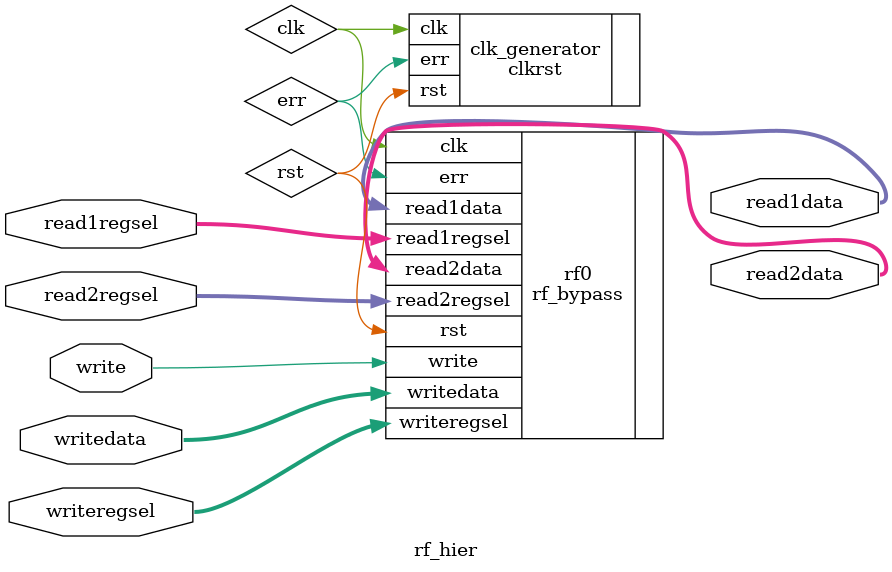
<source format=v>
/* $Author: karu $ */
/* $LastChangedDate: 2009-03-04 23:09:45 -0600 (Wed, 04 Mar 2009) $ */
/* $Rev: 45 $ */
// YOU SHALL NOT EDIT THIS FILE. ANY CHANGES TO THIS FILE WILL
// RESULT IN ZERO FOR THIS PROBLEM.

module rf_hier (
                // Outputs
                read1data, read2data, 
                // Inputs
                read1regsel, read2regsel, writeregsel, writedata, write
                );
   input [2:0] read1regsel;
   input [2:0] read2regsel;
   input [2:0] writeregsel;
   input [15:0] writedata;
   input        write;

   output [15:0] read1data;
   output [15:0] read2data;

   wire          clk, rst;
   wire          err;
  

   // Ignore err for now
   clkrst clk_generator(.clk(clk), .rst(rst), .err(err) );
   rf_bypass rf0(
          // Outputs
          .read1data                    (read1data[15:0]),
          .read2data                    (read2data[15:0]),
          .err                          (err),
          // Inputs
          .clk                          (clk),
          .rst                          (rst),
          .read1regsel                  (read1regsel[2:0]),
          .read2regsel                  (read2regsel[2:0]),
          .writeregsel                  (writeregsel[2:0]),
          .writedata                    (writedata[15:0]),
          .write                        (write));

endmodule
// DUMMY LINE FOR REV CONTROL :4:

</source>
